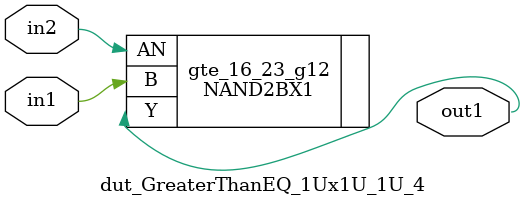
<source format=v>
`timescale 1ps / 1ps


module dut_GreaterThanEQ_1Ux1U_1U_4(in2, in1, out1);
  input in2, in1;
  output out1;
  wire in2, in1;
  wire out1;
  NAND2BX1 gte_16_23_g12(.AN (in2), .B (in1), .Y (out1));
endmodule



</source>
